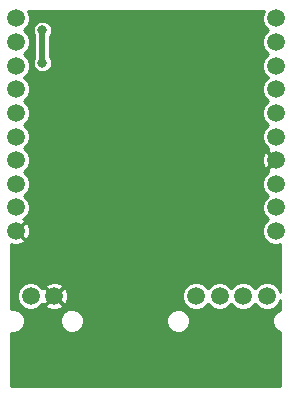
<source format=gbl>
G04 #@! TF.FileFunction,Copper,L2,Bot,Signal*
%FSLAX46Y46*%
G04 Gerber Fmt 4.6, Leading zero omitted, Abs format (unit mm)*
G04 Created by KiCad (PCBNEW 0.201505031001+5637~23~ubuntu14.04.1-product) date Sun 28 Jun 2015 22:34:24 BST*
%MOMM*%
G01*
G04 APERTURE LIST*
%ADD10C,0.100000*%
%ADD11C,1.500000*%
%ADD12C,0.800000*%
%ADD13C,0.500000*%
%ADD14C,0.300000*%
%ADD15C,0.250000*%
G04 APERTURE END LIST*
D10*
D11*
X162250000Y-117250000D03*
X160250000Y-117250000D03*
X180250000Y-117250000D03*
X178250000Y-117250000D03*
X176250000Y-117250000D03*
X174250000Y-117250000D03*
X159000000Y-93750000D03*
X159000000Y-95750000D03*
X159000000Y-97750000D03*
X159000000Y-99750000D03*
X159000000Y-101750000D03*
X159000000Y-103750000D03*
X159000000Y-105750000D03*
X159000000Y-107750000D03*
X159000000Y-109750000D03*
X159000000Y-111750000D03*
X181000000Y-111750000D03*
X181000000Y-109750000D03*
X181000000Y-107750000D03*
X181000000Y-105750000D03*
X181000000Y-103750000D03*
X181000000Y-101750000D03*
X181000000Y-99750000D03*
X181000000Y-97750000D03*
X181000000Y-95750000D03*
X181000000Y-93750000D03*
D12*
X161250000Y-97500000D03*
X161250000Y-94750000D03*
X169250000Y-119900000D03*
X167250000Y-98000000D03*
X164100000Y-93800000D03*
X176500000Y-95700000D03*
X172700000Y-95700000D03*
X163900000Y-102000000D03*
X162800000Y-112500000D03*
D13*
X161250000Y-94750000D02*
X161250000Y-97500000D01*
D14*
X169250000Y-119900000D02*
X169250000Y-120000000D01*
D15*
G36*
X181375000Y-124875000D02*
X173775178Y-124875000D01*
X173775178Y-119147009D01*
X173619459Y-118770143D01*
X173331374Y-118481554D01*
X172954780Y-118325178D01*
X172547009Y-118324822D01*
X172170143Y-118480541D01*
X171881554Y-118768626D01*
X171725178Y-119145220D01*
X171724822Y-119552991D01*
X171880541Y-119929857D01*
X172168626Y-120218446D01*
X172545220Y-120374822D01*
X172952991Y-120375178D01*
X173329857Y-120219459D01*
X173618446Y-119931374D01*
X173774822Y-119554780D01*
X173775178Y-119147009D01*
X173775178Y-124875000D01*
X164775178Y-124875000D01*
X164775178Y-119147009D01*
X164619459Y-118770143D01*
X164331374Y-118481554D01*
X163954780Y-118325178D01*
X163547009Y-118324822D01*
X163429102Y-118373540D01*
X163429102Y-117037937D01*
X163258195Y-116602857D01*
X163233702Y-116566200D01*
X163039473Y-116495882D01*
X163004118Y-116531237D01*
X163004118Y-116460527D01*
X162933800Y-116266298D01*
X162505302Y-116079499D01*
X162075143Y-116071582D01*
X162075143Y-97336617D01*
X161949809Y-97033285D01*
X161925000Y-97008432D01*
X161925000Y-95241886D01*
X161948993Y-95217935D01*
X162074857Y-94914823D01*
X162075143Y-94586617D01*
X161949809Y-94283285D01*
X161717935Y-94051007D01*
X161414823Y-93925143D01*
X161086617Y-93924857D01*
X160783285Y-94050191D01*
X160551007Y-94282065D01*
X160425143Y-94585177D01*
X160424857Y-94913383D01*
X160550191Y-95216715D01*
X160575000Y-95241567D01*
X160575000Y-97008113D01*
X160551007Y-97032065D01*
X160425143Y-97335177D01*
X160424857Y-97663383D01*
X160550191Y-97966715D01*
X160782065Y-98198993D01*
X161085177Y-98324857D01*
X161413383Y-98325143D01*
X161716715Y-98199809D01*
X161948993Y-97967935D01*
X162074857Y-97664823D01*
X162075143Y-97336617D01*
X162075143Y-116071582D01*
X162037937Y-116070898D01*
X161602857Y-116241805D01*
X161566200Y-116266298D01*
X161495882Y-116460527D01*
X162250000Y-117214645D01*
X163004118Y-116460527D01*
X163004118Y-116531237D01*
X162285355Y-117250000D01*
X163039473Y-118004118D01*
X163233702Y-117933800D01*
X163420501Y-117505302D01*
X163429102Y-117037937D01*
X163429102Y-118373540D01*
X163170143Y-118480541D01*
X163004118Y-118646276D01*
X163004118Y-118039473D01*
X162250000Y-117285355D01*
X162214645Y-117320710D01*
X162214645Y-117250000D01*
X161460527Y-116495882D01*
X161266298Y-116566200D01*
X161252186Y-116598569D01*
X161246698Y-116585285D01*
X160916453Y-116254464D01*
X160484747Y-116075204D01*
X160179102Y-116074937D01*
X160179102Y-111537937D01*
X160008195Y-111102857D01*
X159983702Y-111066200D01*
X159789473Y-110995882D01*
X159035355Y-111750000D01*
X159789473Y-112504118D01*
X159983702Y-112433800D01*
X160170501Y-112005302D01*
X160179102Y-111537937D01*
X160179102Y-116074937D01*
X160017303Y-116074796D01*
X159585285Y-116253302D01*
X159254464Y-116583547D01*
X159075204Y-117015253D01*
X159074796Y-117482697D01*
X159253302Y-117914715D01*
X159583547Y-118245536D01*
X160015253Y-118424796D01*
X160482697Y-118425204D01*
X160914715Y-118246698D01*
X161245536Y-117916453D01*
X161249051Y-117907987D01*
X161266298Y-117933800D01*
X161460527Y-118004118D01*
X162214645Y-117250000D01*
X162214645Y-117320710D01*
X161495882Y-118039473D01*
X161566200Y-118233702D01*
X161994698Y-118420501D01*
X162462063Y-118429102D01*
X162897143Y-118258195D01*
X162933800Y-118233702D01*
X163004118Y-118039473D01*
X163004118Y-118646276D01*
X162881554Y-118768626D01*
X162725178Y-119145220D01*
X162724822Y-119552991D01*
X162880541Y-119929857D01*
X163168626Y-120218446D01*
X163545220Y-120374822D01*
X163952991Y-120375178D01*
X164329857Y-120219459D01*
X164618446Y-119931374D01*
X164774822Y-119554780D01*
X164775178Y-119147009D01*
X164775178Y-124875000D01*
X158625000Y-124875000D01*
X158625000Y-120374891D01*
X158952991Y-120375178D01*
X159329857Y-120219459D01*
X159618446Y-119931374D01*
X159774822Y-119554780D01*
X159775178Y-119147009D01*
X159619459Y-118770143D01*
X159331374Y-118481554D01*
X158954780Y-118325178D01*
X158625000Y-118324890D01*
X158625000Y-112868319D01*
X158744698Y-112920501D01*
X159212063Y-112929102D01*
X159647143Y-112758195D01*
X159683800Y-112733702D01*
X159754118Y-112539473D01*
X159000000Y-111785355D01*
X158985857Y-111799497D01*
X158950502Y-111764142D01*
X158964645Y-111750000D01*
X158950502Y-111735857D01*
X158985857Y-111700502D01*
X159000000Y-111714645D01*
X159754118Y-110960527D01*
X159683800Y-110766298D01*
X159651430Y-110752186D01*
X159664715Y-110746698D01*
X159995536Y-110416453D01*
X160174796Y-109984747D01*
X160175204Y-109517303D01*
X159996698Y-109085285D01*
X159666453Y-108754464D01*
X159656211Y-108750211D01*
X159664715Y-108746698D01*
X159995536Y-108416453D01*
X160174796Y-107984747D01*
X160175204Y-107517303D01*
X159996698Y-107085285D01*
X159666453Y-106754464D01*
X159656211Y-106750211D01*
X159664715Y-106746698D01*
X159995536Y-106416453D01*
X160174796Y-105984747D01*
X160175204Y-105517303D01*
X159996698Y-105085285D01*
X159666453Y-104754464D01*
X159656211Y-104750211D01*
X159664715Y-104746698D01*
X159995536Y-104416453D01*
X160174796Y-103984747D01*
X160175204Y-103517303D01*
X159996698Y-103085285D01*
X159666453Y-102754464D01*
X159656211Y-102750211D01*
X159664715Y-102746698D01*
X159995536Y-102416453D01*
X160174796Y-101984747D01*
X160175204Y-101517303D01*
X159996698Y-101085285D01*
X159666453Y-100754464D01*
X159656211Y-100750211D01*
X159664715Y-100746698D01*
X159995536Y-100416453D01*
X160174796Y-99984747D01*
X160175204Y-99517303D01*
X159996698Y-99085285D01*
X159666453Y-98754464D01*
X159656211Y-98750211D01*
X159664715Y-98746698D01*
X159995536Y-98416453D01*
X160174796Y-97984747D01*
X160175204Y-97517303D01*
X159996698Y-97085285D01*
X159666453Y-96754464D01*
X159656211Y-96750211D01*
X159664715Y-96746698D01*
X159995536Y-96416453D01*
X160174796Y-95984747D01*
X160175204Y-95517303D01*
X159996698Y-95085285D01*
X159666453Y-94754464D01*
X159656211Y-94750211D01*
X159664715Y-94746698D01*
X159995536Y-94416453D01*
X160174796Y-93984747D01*
X160175204Y-93517303D01*
X160013107Y-93125000D01*
X179987251Y-93125000D01*
X179825204Y-93515253D01*
X179824796Y-93982697D01*
X180003302Y-94414715D01*
X180333547Y-94745536D01*
X180343788Y-94749788D01*
X180335285Y-94753302D01*
X180004464Y-95083547D01*
X179825204Y-95515253D01*
X179824796Y-95982697D01*
X180003302Y-96414715D01*
X180333547Y-96745536D01*
X180343788Y-96749788D01*
X180335285Y-96753302D01*
X180004464Y-97083547D01*
X179825204Y-97515253D01*
X179824796Y-97982697D01*
X180003302Y-98414715D01*
X180333547Y-98745536D01*
X180343788Y-98749788D01*
X180335285Y-98753302D01*
X180004464Y-99083547D01*
X179825204Y-99515253D01*
X179824796Y-99982697D01*
X180003302Y-100414715D01*
X180333547Y-100745536D01*
X180343788Y-100749788D01*
X180335285Y-100753302D01*
X180004464Y-101083547D01*
X179825204Y-101515253D01*
X179824796Y-101982697D01*
X180003302Y-102414715D01*
X180333547Y-102745536D01*
X180343788Y-102749788D01*
X180335285Y-102753302D01*
X180004464Y-103083547D01*
X179825204Y-103515253D01*
X179824796Y-103982697D01*
X180003302Y-104414715D01*
X180333547Y-104745536D01*
X180342012Y-104749051D01*
X180316200Y-104766298D01*
X180245882Y-104960527D01*
X181000000Y-105714645D01*
X181014142Y-105700502D01*
X181049497Y-105735857D01*
X181035355Y-105750000D01*
X181049497Y-105764142D01*
X181014142Y-105799497D01*
X181000000Y-105785355D01*
X180964645Y-105820710D01*
X180964645Y-105750000D01*
X180210527Y-104995882D01*
X180016298Y-105066200D01*
X179829499Y-105494698D01*
X179820898Y-105962063D01*
X179991805Y-106397143D01*
X180016298Y-106433800D01*
X180210527Y-106504118D01*
X180964645Y-105750000D01*
X180964645Y-105820710D01*
X180245882Y-106539473D01*
X180316200Y-106733702D01*
X180348569Y-106747813D01*
X180335285Y-106753302D01*
X180004464Y-107083547D01*
X179825204Y-107515253D01*
X179824796Y-107982697D01*
X180003302Y-108414715D01*
X180333547Y-108745536D01*
X180343788Y-108749788D01*
X180335285Y-108753302D01*
X180004464Y-109083547D01*
X179825204Y-109515253D01*
X179824796Y-109982697D01*
X180003302Y-110414715D01*
X180333547Y-110745536D01*
X180343788Y-110749788D01*
X180335285Y-110753302D01*
X180004464Y-111083547D01*
X179825204Y-111515253D01*
X179824796Y-111982697D01*
X180003302Y-112414715D01*
X180333547Y-112745536D01*
X180765253Y-112924796D01*
X181232697Y-112925204D01*
X181375000Y-112866405D01*
X181375000Y-116895799D01*
X181246698Y-116585285D01*
X180916453Y-116254464D01*
X180484747Y-116075204D01*
X180017303Y-116074796D01*
X179585285Y-116253302D01*
X179254464Y-116583547D01*
X179250211Y-116593788D01*
X179246698Y-116585285D01*
X178916453Y-116254464D01*
X178484747Y-116075204D01*
X178017303Y-116074796D01*
X177585285Y-116253302D01*
X177254464Y-116583547D01*
X177250211Y-116593788D01*
X177246698Y-116585285D01*
X176916453Y-116254464D01*
X176484747Y-116075204D01*
X176017303Y-116074796D01*
X175585285Y-116253302D01*
X175254464Y-116583547D01*
X175250211Y-116593788D01*
X175246698Y-116585285D01*
X174916453Y-116254464D01*
X174484747Y-116075204D01*
X174017303Y-116074796D01*
X173585285Y-116253302D01*
X173254464Y-116583547D01*
X173075204Y-117015253D01*
X173074796Y-117482697D01*
X173253302Y-117914715D01*
X173583547Y-118245536D01*
X174015253Y-118424796D01*
X174482697Y-118425204D01*
X174914715Y-118246698D01*
X175245536Y-117916453D01*
X175249788Y-117906211D01*
X175253302Y-117914715D01*
X175583547Y-118245536D01*
X176015253Y-118424796D01*
X176482697Y-118425204D01*
X176914715Y-118246698D01*
X177245536Y-117916453D01*
X177249788Y-117906211D01*
X177253302Y-117914715D01*
X177583547Y-118245536D01*
X178015253Y-118424796D01*
X178482697Y-118425204D01*
X178914715Y-118246698D01*
X179245536Y-117916453D01*
X179249788Y-117906211D01*
X179253302Y-117914715D01*
X179583547Y-118245536D01*
X180015253Y-118424796D01*
X180482697Y-118425204D01*
X180914715Y-118246698D01*
X181245536Y-117916453D01*
X181375000Y-117604669D01*
X181375000Y-118395895D01*
X181170143Y-118480541D01*
X180881554Y-118768626D01*
X180725178Y-119145220D01*
X180724822Y-119552991D01*
X180880541Y-119929857D01*
X181168626Y-120218446D01*
X181375000Y-120304140D01*
X181375000Y-124875000D01*
X181375000Y-124875000D01*
G37*
X181375000Y-124875000D02*
X173775178Y-124875000D01*
X173775178Y-119147009D01*
X173619459Y-118770143D01*
X173331374Y-118481554D01*
X172954780Y-118325178D01*
X172547009Y-118324822D01*
X172170143Y-118480541D01*
X171881554Y-118768626D01*
X171725178Y-119145220D01*
X171724822Y-119552991D01*
X171880541Y-119929857D01*
X172168626Y-120218446D01*
X172545220Y-120374822D01*
X172952991Y-120375178D01*
X173329857Y-120219459D01*
X173618446Y-119931374D01*
X173774822Y-119554780D01*
X173775178Y-119147009D01*
X173775178Y-124875000D01*
X164775178Y-124875000D01*
X164775178Y-119147009D01*
X164619459Y-118770143D01*
X164331374Y-118481554D01*
X163954780Y-118325178D01*
X163547009Y-118324822D01*
X163429102Y-118373540D01*
X163429102Y-117037937D01*
X163258195Y-116602857D01*
X163233702Y-116566200D01*
X163039473Y-116495882D01*
X163004118Y-116531237D01*
X163004118Y-116460527D01*
X162933800Y-116266298D01*
X162505302Y-116079499D01*
X162075143Y-116071582D01*
X162075143Y-97336617D01*
X161949809Y-97033285D01*
X161925000Y-97008432D01*
X161925000Y-95241886D01*
X161948993Y-95217935D01*
X162074857Y-94914823D01*
X162075143Y-94586617D01*
X161949809Y-94283285D01*
X161717935Y-94051007D01*
X161414823Y-93925143D01*
X161086617Y-93924857D01*
X160783285Y-94050191D01*
X160551007Y-94282065D01*
X160425143Y-94585177D01*
X160424857Y-94913383D01*
X160550191Y-95216715D01*
X160575000Y-95241567D01*
X160575000Y-97008113D01*
X160551007Y-97032065D01*
X160425143Y-97335177D01*
X160424857Y-97663383D01*
X160550191Y-97966715D01*
X160782065Y-98198993D01*
X161085177Y-98324857D01*
X161413383Y-98325143D01*
X161716715Y-98199809D01*
X161948993Y-97967935D01*
X162074857Y-97664823D01*
X162075143Y-97336617D01*
X162075143Y-116071582D01*
X162037937Y-116070898D01*
X161602857Y-116241805D01*
X161566200Y-116266298D01*
X161495882Y-116460527D01*
X162250000Y-117214645D01*
X163004118Y-116460527D01*
X163004118Y-116531237D01*
X162285355Y-117250000D01*
X163039473Y-118004118D01*
X163233702Y-117933800D01*
X163420501Y-117505302D01*
X163429102Y-117037937D01*
X163429102Y-118373540D01*
X163170143Y-118480541D01*
X163004118Y-118646276D01*
X163004118Y-118039473D01*
X162250000Y-117285355D01*
X162214645Y-117320710D01*
X162214645Y-117250000D01*
X161460527Y-116495882D01*
X161266298Y-116566200D01*
X161252186Y-116598569D01*
X161246698Y-116585285D01*
X160916453Y-116254464D01*
X160484747Y-116075204D01*
X160179102Y-116074937D01*
X160179102Y-111537937D01*
X160008195Y-111102857D01*
X159983702Y-111066200D01*
X159789473Y-110995882D01*
X159035355Y-111750000D01*
X159789473Y-112504118D01*
X159983702Y-112433800D01*
X160170501Y-112005302D01*
X160179102Y-111537937D01*
X160179102Y-116074937D01*
X160017303Y-116074796D01*
X159585285Y-116253302D01*
X159254464Y-116583547D01*
X159075204Y-117015253D01*
X159074796Y-117482697D01*
X159253302Y-117914715D01*
X159583547Y-118245536D01*
X160015253Y-118424796D01*
X160482697Y-118425204D01*
X160914715Y-118246698D01*
X161245536Y-117916453D01*
X161249051Y-117907987D01*
X161266298Y-117933800D01*
X161460527Y-118004118D01*
X162214645Y-117250000D01*
X162214645Y-117320710D01*
X161495882Y-118039473D01*
X161566200Y-118233702D01*
X161994698Y-118420501D01*
X162462063Y-118429102D01*
X162897143Y-118258195D01*
X162933800Y-118233702D01*
X163004118Y-118039473D01*
X163004118Y-118646276D01*
X162881554Y-118768626D01*
X162725178Y-119145220D01*
X162724822Y-119552991D01*
X162880541Y-119929857D01*
X163168626Y-120218446D01*
X163545220Y-120374822D01*
X163952991Y-120375178D01*
X164329857Y-120219459D01*
X164618446Y-119931374D01*
X164774822Y-119554780D01*
X164775178Y-119147009D01*
X164775178Y-124875000D01*
X158625000Y-124875000D01*
X158625000Y-120374891D01*
X158952991Y-120375178D01*
X159329857Y-120219459D01*
X159618446Y-119931374D01*
X159774822Y-119554780D01*
X159775178Y-119147009D01*
X159619459Y-118770143D01*
X159331374Y-118481554D01*
X158954780Y-118325178D01*
X158625000Y-118324890D01*
X158625000Y-112868319D01*
X158744698Y-112920501D01*
X159212063Y-112929102D01*
X159647143Y-112758195D01*
X159683800Y-112733702D01*
X159754118Y-112539473D01*
X159000000Y-111785355D01*
X158985857Y-111799497D01*
X158950502Y-111764142D01*
X158964645Y-111750000D01*
X158950502Y-111735857D01*
X158985857Y-111700502D01*
X159000000Y-111714645D01*
X159754118Y-110960527D01*
X159683800Y-110766298D01*
X159651430Y-110752186D01*
X159664715Y-110746698D01*
X159995536Y-110416453D01*
X160174796Y-109984747D01*
X160175204Y-109517303D01*
X159996698Y-109085285D01*
X159666453Y-108754464D01*
X159656211Y-108750211D01*
X159664715Y-108746698D01*
X159995536Y-108416453D01*
X160174796Y-107984747D01*
X160175204Y-107517303D01*
X159996698Y-107085285D01*
X159666453Y-106754464D01*
X159656211Y-106750211D01*
X159664715Y-106746698D01*
X159995536Y-106416453D01*
X160174796Y-105984747D01*
X160175204Y-105517303D01*
X159996698Y-105085285D01*
X159666453Y-104754464D01*
X159656211Y-104750211D01*
X159664715Y-104746698D01*
X159995536Y-104416453D01*
X160174796Y-103984747D01*
X160175204Y-103517303D01*
X159996698Y-103085285D01*
X159666453Y-102754464D01*
X159656211Y-102750211D01*
X159664715Y-102746698D01*
X159995536Y-102416453D01*
X160174796Y-101984747D01*
X160175204Y-101517303D01*
X159996698Y-101085285D01*
X159666453Y-100754464D01*
X159656211Y-100750211D01*
X159664715Y-100746698D01*
X159995536Y-100416453D01*
X160174796Y-99984747D01*
X160175204Y-99517303D01*
X159996698Y-99085285D01*
X159666453Y-98754464D01*
X159656211Y-98750211D01*
X159664715Y-98746698D01*
X159995536Y-98416453D01*
X160174796Y-97984747D01*
X160175204Y-97517303D01*
X159996698Y-97085285D01*
X159666453Y-96754464D01*
X159656211Y-96750211D01*
X159664715Y-96746698D01*
X159995536Y-96416453D01*
X160174796Y-95984747D01*
X160175204Y-95517303D01*
X159996698Y-95085285D01*
X159666453Y-94754464D01*
X159656211Y-94750211D01*
X159664715Y-94746698D01*
X159995536Y-94416453D01*
X160174796Y-93984747D01*
X160175204Y-93517303D01*
X160013107Y-93125000D01*
X179987251Y-93125000D01*
X179825204Y-93515253D01*
X179824796Y-93982697D01*
X180003302Y-94414715D01*
X180333547Y-94745536D01*
X180343788Y-94749788D01*
X180335285Y-94753302D01*
X180004464Y-95083547D01*
X179825204Y-95515253D01*
X179824796Y-95982697D01*
X180003302Y-96414715D01*
X180333547Y-96745536D01*
X180343788Y-96749788D01*
X180335285Y-96753302D01*
X180004464Y-97083547D01*
X179825204Y-97515253D01*
X179824796Y-97982697D01*
X180003302Y-98414715D01*
X180333547Y-98745536D01*
X180343788Y-98749788D01*
X180335285Y-98753302D01*
X180004464Y-99083547D01*
X179825204Y-99515253D01*
X179824796Y-99982697D01*
X180003302Y-100414715D01*
X180333547Y-100745536D01*
X180343788Y-100749788D01*
X180335285Y-100753302D01*
X180004464Y-101083547D01*
X179825204Y-101515253D01*
X179824796Y-101982697D01*
X180003302Y-102414715D01*
X180333547Y-102745536D01*
X180343788Y-102749788D01*
X180335285Y-102753302D01*
X180004464Y-103083547D01*
X179825204Y-103515253D01*
X179824796Y-103982697D01*
X180003302Y-104414715D01*
X180333547Y-104745536D01*
X180342012Y-104749051D01*
X180316200Y-104766298D01*
X180245882Y-104960527D01*
X181000000Y-105714645D01*
X181014142Y-105700502D01*
X181049497Y-105735857D01*
X181035355Y-105750000D01*
X181049497Y-105764142D01*
X181014142Y-105799497D01*
X181000000Y-105785355D01*
X180964645Y-105820710D01*
X180964645Y-105750000D01*
X180210527Y-104995882D01*
X180016298Y-105066200D01*
X179829499Y-105494698D01*
X179820898Y-105962063D01*
X179991805Y-106397143D01*
X180016298Y-106433800D01*
X180210527Y-106504118D01*
X180964645Y-105750000D01*
X180964645Y-105820710D01*
X180245882Y-106539473D01*
X180316200Y-106733702D01*
X180348569Y-106747813D01*
X180335285Y-106753302D01*
X180004464Y-107083547D01*
X179825204Y-107515253D01*
X179824796Y-107982697D01*
X180003302Y-108414715D01*
X180333547Y-108745536D01*
X180343788Y-108749788D01*
X180335285Y-108753302D01*
X180004464Y-109083547D01*
X179825204Y-109515253D01*
X179824796Y-109982697D01*
X180003302Y-110414715D01*
X180333547Y-110745536D01*
X180343788Y-110749788D01*
X180335285Y-110753302D01*
X180004464Y-111083547D01*
X179825204Y-111515253D01*
X179824796Y-111982697D01*
X180003302Y-112414715D01*
X180333547Y-112745536D01*
X180765253Y-112924796D01*
X181232697Y-112925204D01*
X181375000Y-112866405D01*
X181375000Y-116895799D01*
X181246698Y-116585285D01*
X180916453Y-116254464D01*
X180484747Y-116075204D01*
X180017303Y-116074796D01*
X179585285Y-116253302D01*
X179254464Y-116583547D01*
X179250211Y-116593788D01*
X179246698Y-116585285D01*
X178916453Y-116254464D01*
X178484747Y-116075204D01*
X178017303Y-116074796D01*
X177585285Y-116253302D01*
X177254464Y-116583547D01*
X177250211Y-116593788D01*
X177246698Y-116585285D01*
X176916453Y-116254464D01*
X176484747Y-116075204D01*
X176017303Y-116074796D01*
X175585285Y-116253302D01*
X175254464Y-116583547D01*
X175250211Y-116593788D01*
X175246698Y-116585285D01*
X174916453Y-116254464D01*
X174484747Y-116075204D01*
X174017303Y-116074796D01*
X173585285Y-116253302D01*
X173254464Y-116583547D01*
X173075204Y-117015253D01*
X173074796Y-117482697D01*
X173253302Y-117914715D01*
X173583547Y-118245536D01*
X174015253Y-118424796D01*
X174482697Y-118425204D01*
X174914715Y-118246698D01*
X175245536Y-117916453D01*
X175249788Y-117906211D01*
X175253302Y-117914715D01*
X175583547Y-118245536D01*
X176015253Y-118424796D01*
X176482697Y-118425204D01*
X176914715Y-118246698D01*
X177245536Y-117916453D01*
X177249788Y-117906211D01*
X177253302Y-117914715D01*
X177583547Y-118245536D01*
X178015253Y-118424796D01*
X178482697Y-118425204D01*
X178914715Y-118246698D01*
X179245536Y-117916453D01*
X179249788Y-117906211D01*
X179253302Y-117914715D01*
X179583547Y-118245536D01*
X180015253Y-118424796D01*
X180482697Y-118425204D01*
X180914715Y-118246698D01*
X181245536Y-117916453D01*
X181375000Y-117604669D01*
X181375000Y-118395895D01*
X181170143Y-118480541D01*
X180881554Y-118768626D01*
X180725178Y-119145220D01*
X180724822Y-119552991D01*
X180880541Y-119929857D01*
X181168626Y-120218446D01*
X181375000Y-120304140D01*
X181375000Y-124875000D01*
M02*

</source>
